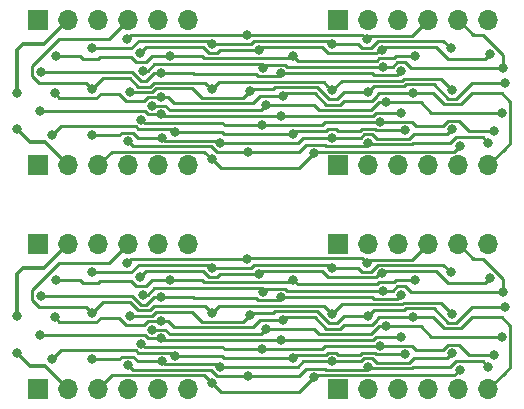
<source format=gbr>
G04 #@! TF.GenerationSoftware,KiCad,Pcbnew,(5.1.9)-1*
G04 #@! TF.CreationDate,2021-05-14T23:18:57-04:00*
G04 #@! TF.ProjectId,2xOPT Panelized,32784f50-5420-4506-916e-656c697a6564,rev?*
G04 #@! TF.SameCoordinates,Original*
G04 #@! TF.FileFunction,Copper,L2,Bot*
G04 #@! TF.FilePolarity,Positive*
%FSLAX46Y46*%
G04 Gerber Fmt 4.6, Leading zero omitted, Abs format (unit mm)*
G04 Created by KiCad (PCBNEW (5.1.9)-1) date 2021-05-14 23:18:57*
%MOMM*%
%LPD*%
G01*
G04 APERTURE LIST*
G04 #@! TA.AperFunction,ComponentPad*
%ADD10O,1.700000X1.700000*%
G04 #@! TD*
G04 #@! TA.AperFunction,ComponentPad*
%ADD11R,1.700000X1.700000*%
G04 #@! TD*
G04 #@! TA.AperFunction,ViaPad*
%ADD12C,0.800000*%
G04 #@! TD*
G04 #@! TA.AperFunction,Conductor*
%ADD13C,0.250000*%
G04 #@! TD*
G04 #@! TA.AperFunction,Conductor*
%ADD14C,0.304800*%
G04 #@! TD*
G04 APERTURE END LIST*
D10*
X148065000Y-76171000D03*
X145525000Y-76171000D03*
X142985000Y-76171000D03*
X140445000Y-76171000D03*
X137905000Y-76171000D03*
D11*
X135365000Y-76171000D03*
D10*
X122665000Y-76171000D03*
X120125000Y-76171000D03*
X117585000Y-76171000D03*
X115045000Y-76171000D03*
X112505000Y-76171000D03*
D11*
X109965000Y-76171000D03*
D10*
X148065000Y-63852000D03*
X145525000Y-63852000D03*
X142985000Y-63852000D03*
X140445000Y-63852000D03*
X137905000Y-63852000D03*
D11*
X135365000Y-63852000D03*
D10*
X122665000Y-63852000D03*
X120125000Y-63852000D03*
X117585000Y-63852000D03*
X115045000Y-63852000D03*
X112505000Y-63852000D03*
D11*
X109965000Y-63852000D03*
D10*
X148065000Y-95121000D03*
X145525000Y-95121000D03*
X142985000Y-95121000D03*
X140445000Y-95121000D03*
X137905000Y-95121000D03*
D11*
X135365000Y-95121000D03*
D10*
X122665000Y-95121000D03*
X120125000Y-95121000D03*
X117585000Y-95121000D03*
X115045000Y-95121000D03*
X112505000Y-95121000D03*
D11*
X109965000Y-95121000D03*
D10*
X148065000Y-82802000D03*
X145525000Y-82802000D03*
X142985000Y-82802000D03*
X140445000Y-82802000D03*
X137905000Y-82802000D03*
D11*
X135365000Y-82802000D03*
D10*
X122665000Y-82802000D03*
X120125000Y-82802000D03*
X117585000Y-82802000D03*
X115045000Y-82802000D03*
X112505000Y-82802000D03*
D11*
X109965000Y-82802000D03*
D12*
X111489000Y-66900000D03*
X131555000Y-66900000D03*
X141842000Y-66900000D03*
X121141000Y-66900000D03*
X111489000Y-85850000D03*
X131555000Y-85850000D03*
X141842000Y-85850000D03*
X121141000Y-85850000D03*
X108187000Y-70011500D03*
X108187000Y-88961500D03*
X108187000Y-73123000D03*
X108187000Y-92073000D03*
X110092000Y-71599000D03*
X140699000Y-71726000D03*
X130539000Y-71980000D03*
X120379000Y-71853054D03*
X110092000Y-90549000D03*
X140699000Y-90676000D03*
X130539000Y-90930000D03*
X120379000Y-90803054D03*
X124697000Y-75663000D03*
X145652000Y-74520000D03*
X133333000Y-75150055D03*
X124697000Y-94613000D03*
X145652000Y-93470000D03*
X133333000Y-94100055D03*
X145017000Y-69821000D03*
X124697000Y-69730990D03*
X114537000Y-69730990D03*
X134857000Y-69821000D03*
X145017000Y-88771000D03*
X124697000Y-88680990D03*
X114537000Y-88680990D03*
X134857000Y-88771000D03*
X110219000Y-68297000D03*
X130523738Y-68385845D03*
X140681789Y-68169609D03*
X120340875Y-68385875D03*
X110219000Y-87247000D03*
X130523738Y-87335845D03*
X140681789Y-87119609D03*
X120340875Y-87335875D03*
X114537000Y-66265000D03*
X144890000Y-66265000D03*
X124697000Y-65884000D03*
X134857000Y-65884000D03*
X114537000Y-85215000D03*
X144890000Y-85215000D03*
X124697000Y-84834000D03*
X134857000Y-84834000D03*
X111108000Y-73631000D03*
X131555000Y-73504000D03*
X121522000Y-73340010D03*
X141043010Y-73213002D03*
X111108000Y-92581000D03*
X131555000Y-92454000D03*
X121522000Y-92290010D03*
X141043010Y-92163002D03*
X141715000Y-70075000D03*
X130666000Y-70329000D03*
X111362000Y-70075000D03*
X120379000Y-70361010D03*
X141715000Y-89025000D03*
X130666000Y-89279000D03*
X111362000Y-89025000D03*
X120379000Y-89311010D03*
X114537000Y-73631000D03*
X145017000Y-73123000D03*
X134857000Y-73820916D03*
X125336660Y-74261340D03*
X120441226Y-73820974D03*
X114537000Y-92581000D03*
X145017000Y-92073000D03*
X134857000Y-92770916D03*
X125336660Y-93211340D03*
X120441226Y-92770974D03*
X117458000Y-65503000D03*
X127618000Y-65122000D03*
X137778000Y-65503000D03*
X117458000Y-84453000D03*
X127618000Y-84072000D03*
X137778000Y-84453000D03*
X118601000Y-66646000D03*
X148192000Y-66773000D03*
X128634000Y-66392000D03*
X139078321Y-66364957D03*
X118601000Y-85596000D03*
X148192000Y-85723000D03*
X128634000Y-85342000D03*
X139078321Y-85314957D03*
X149462000Y-69186000D03*
X117712000Y-69948000D03*
X137905000Y-69948000D03*
X127872000Y-69857990D03*
X149462000Y-88136000D03*
X117712000Y-88898000D03*
X137905000Y-88898000D03*
X127872000Y-88807990D03*
X128888000Y-72742000D03*
X138921000Y-72488000D03*
X148573000Y-73250000D03*
X118707317Y-72332192D03*
X128888000Y-91692000D03*
X138921000Y-91438000D03*
X148573000Y-92200000D03*
X118707317Y-91282192D03*
X117585000Y-74139000D03*
X127745000Y-75028000D03*
X148065000Y-74266000D03*
X137905000Y-74270927D03*
X117585000Y-93089000D03*
X127745000Y-93978000D03*
X148065000Y-93216000D03*
X137905000Y-93220927D03*
X149335000Y-67916000D03*
X129015000Y-67916000D03*
X118848765Y-68170000D03*
X139175000Y-67814968D03*
X149335000Y-86866000D03*
X129015000Y-86866000D03*
X118848765Y-87120000D03*
X139175000Y-86764968D03*
X129269000Y-71091000D03*
X139429000Y-70837000D03*
X149208000Y-71726000D03*
X119591489Y-71118041D03*
X129269000Y-90041000D03*
X139429000Y-89787000D03*
X149208000Y-90676000D03*
X119591489Y-90068041D03*
D13*
X111489000Y-66900000D02*
X113521000Y-66900000D01*
X113521000Y-66900000D02*
X113775000Y-67154000D01*
X113775000Y-67154000D02*
X115045000Y-67154000D01*
X115045000Y-67154000D02*
X115172000Y-67027000D01*
X115172000Y-67027000D02*
X117839000Y-67027000D01*
X117839000Y-67027000D02*
X118220000Y-67408000D01*
X118220000Y-67408000D02*
X119109000Y-67408000D01*
X119617000Y-66900000D02*
X121141000Y-66900000D01*
X119109000Y-67408000D02*
X119617000Y-66900000D01*
X121141000Y-66900000D02*
X123808000Y-66900000D01*
X131337999Y-67117001D02*
X131555000Y-66900000D01*
X124025001Y-67117001D02*
X131337999Y-67117001D01*
X123808000Y-66900000D02*
X124025001Y-67117001D01*
X140052017Y-67089966D02*
X140241983Y-66900000D01*
X131555000Y-66900000D02*
X131954999Y-67299999D01*
X138616965Y-67299999D02*
X138826998Y-67089966D01*
X131954999Y-67299999D02*
X138616965Y-67299999D01*
X140241983Y-66900000D02*
X141842000Y-66900000D01*
X138826998Y-67089966D02*
X140052017Y-67089966D01*
X111489000Y-85850000D02*
X113521000Y-85850000D01*
X113521000Y-85850000D02*
X113775000Y-86104000D01*
X113775000Y-86104000D02*
X115045000Y-86104000D01*
X115045000Y-86104000D02*
X115172000Y-85977000D01*
X115172000Y-85977000D02*
X117839000Y-85977000D01*
X117839000Y-85977000D02*
X118220000Y-86358000D01*
X118220000Y-86358000D02*
X119109000Y-86358000D01*
X119617000Y-85850000D02*
X121141000Y-85850000D01*
X119109000Y-86358000D02*
X119617000Y-85850000D01*
X121141000Y-85850000D02*
X123808000Y-85850000D01*
X131337999Y-86067001D02*
X131555000Y-85850000D01*
X124025001Y-86067001D02*
X131337999Y-86067001D01*
X123808000Y-85850000D02*
X124025001Y-86067001D01*
X140052017Y-86039966D02*
X140241983Y-85850000D01*
X131555000Y-85850000D02*
X131954999Y-86249999D01*
X138616965Y-86249999D02*
X138826998Y-86039966D01*
X131954999Y-86249999D02*
X138616965Y-86249999D01*
X140241983Y-85850000D02*
X141842000Y-85850000D01*
X138826998Y-86039966D02*
X140052017Y-86039966D01*
D14*
X108187000Y-66392000D02*
X108695000Y-65884000D01*
X108187000Y-70011500D02*
X108187000Y-66392000D01*
X108695000Y-65884000D02*
X110219000Y-65884000D01*
X110473000Y-65884000D02*
X110219000Y-65884000D01*
X112505000Y-63852000D02*
X110473000Y-65884000D01*
X108187000Y-85342000D02*
X108695000Y-84834000D01*
X108187000Y-88961500D02*
X108187000Y-85342000D01*
X108695000Y-84834000D02*
X110219000Y-84834000D01*
X110473000Y-84834000D02*
X110219000Y-84834000D01*
X112505000Y-82802000D02*
X110473000Y-84834000D01*
X108187000Y-73123000D02*
X109266500Y-74202500D01*
D13*
X109266500Y-74202500D02*
X109272011Y-74208011D01*
D14*
X110536500Y-74202500D02*
X110282500Y-74202500D01*
X112505000Y-76171000D02*
X110536500Y-74202500D01*
X109266500Y-74202500D02*
X110282500Y-74202500D01*
X108187000Y-92073000D02*
X109266500Y-93152500D01*
D13*
X109266500Y-93152500D02*
X109272011Y-93158011D01*
D14*
X110536500Y-93152500D02*
X110282500Y-93152500D01*
X112505000Y-95121000D02*
X110536500Y-93152500D01*
X109266500Y-93152500D02*
X110282500Y-93152500D01*
D13*
X138540000Y-71726000D02*
X140699000Y-71726000D01*
X130539000Y-71980000D02*
X138286000Y-71980000D01*
X138286000Y-71980000D02*
X138540000Y-71726000D01*
X120505946Y-71980000D02*
X120379000Y-71853054D01*
X130539000Y-71980000D02*
X120505946Y-71980000D01*
X119047129Y-71599000D02*
X119301183Y-71853054D01*
X110092000Y-71599000D02*
X119047129Y-71599000D01*
X119301183Y-71853054D02*
X120379000Y-71853054D01*
X138540000Y-90676000D02*
X140699000Y-90676000D01*
X130539000Y-90930000D02*
X138286000Y-90930000D01*
X138286000Y-90930000D02*
X138540000Y-90676000D01*
X120505946Y-90930000D02*
X120379000Y-90803054D01*
X130539000Y-90930000D02*
X120505946Y-90930000D01*
X119047129Y-90549000D02*
X119301183Y-90803054D01*
X110092000Y-90549000D02*
X119047129Y-90549000D01*
X119301183Y-90803054D02*
X120379000Y-90803054D01*
X132058055Y-76425000D02*
X133333000Y-75150055D01*
X125459000Y-76425000D02*
X132058055Y-76425000D01*
X124697000Y-75663000D02*
X125459000Y-76425000D01*
X133487056Y-74995999D02*
X133333000Y-75150055D01*
X145176001Y-74995999D02*
X133487056Y-74995999D01*
X145652000Y-74520000D02*
X145176001Y-74995999D01*
X116220001Y-74995999D02*
X124029999Y-74995999D01*
X115045000Y-76171000D02*
X116220001Y-74995999D01*
X124029999Y-74995999D02*
X124697000Y-75663000D01*
X132058055Y-95375000D02*
X133333000Y-94100055D01*
X125459000Y-95375000D02*
X132058055Y-95375000D01*
X124697000Y-94613000D02*
X125459000Y-95375000D01*
X133487056Y-93945999D02*
X133333000Y-94100055D01*
X145176001Y-93945999D02*
X133487056Y-93945999D01*
X145652000Y-93470000D02*
X145176001Y-93945999D01*
X116220001Y-93945999D02*
X124029999Y-93945999D01*
X115045000Y-95121000D02*
X116220001Y-93945999D01*
X124029999Y-93945999D02*
X124697000Y-94613000D01*
X109457000Y-68608002D02*
X109457000Y-67789000D01*
X109457000Y-67789000D02*
X111743000Y-65503000D01*
X111743000Y-65503000D02*
X115934000Y-65503000D01*
X115934000Y-65503000D02*
X117585000Y-63852000D01*
X109457000Y-68608002D02*
X110034998Y-69186000D01*
X113992010Y-69186000D02*
X114537000Y-69730990D01*
X110034998Y-69186000D02*
X113992010Y-69186000D01*
X125311001Y-69116989D02*
X134152989Y-69116989D01*
X124697000Y-69730990D02*
X125311001Y-69116989D01*
X134152989Y-69116989D02*
X134457001Y-69421001D01*
X134457001Y-69421001D02*
X134857000Y-69821000D01*
X140893600Y-68862989D02*
X144058989Y-68862989D01*
X134857000Y-69821000D02*
X135688011Y-68989989D01*
X144058989Y-68862989D02*
X145017000Y-69821000D01*
X135688011Y-68989989D02*
X140766600Y-68989989D01*
X140766600Y-68989989D02*
X140893600Y-68862989D01*
X118400018Y-69493018D02*
X119438391Y-69493018D01*
X117712000Y-68805000D02*
X118400018Y-69493018D01*
X119438391Y-69493018D02*
X119777421Y-69153988D01*
X114537000Y-69730990D02*
X115462990Y-68805000D01*
X124297001Y-69330991D02*
X124697000Y-69730990D01*
X115462990Y-68805000D02*
X117712000Y-68805000D01*
X119777421Y-69153988D02*
X124119998Y-69153988D01*
X124119998Y-69153988D02*
X124297001Y-69330991D01*
X109457000Y-87558002D02*
X109457000Y-86739000D01*
X109457000Y-86739000D02*
X111743000Y-84453000D01*
X111743000Y-84453000D02*
X115934000Y-84453000D01*
X115934000Y-84453000D02*
X117585000Y-82802000D01*
X109457000Y-87558002D02*
X110034998Y-88136000D01*
X113992010Y-88136000D02*
X114537000Y-88680990D01*
X110034998Y-88136000D02*
X113992010Y-88136000D01*
X125311001Y-88066989D02*
X134152989Y-88066989D01*
X124697000Y-88680990D02*
X125311001Y-88066989D01*
X134152989Y-88066989D02*
X134457001Y-88371001D01*
X134457001Y-88371001D02*
X134857000Y-88771000D01*
X140893600Y-87812989D02*
X144058989Y-87812989D01*
X134857000Y-88771000D02*
X135688011Y-87939989D01*
X144058989Y-87812989D02*
X145017000Y-88771000D01*
X135688011Y-87939989D02*
X140766600Y-87939989D01*
X140766600Y-87939989D02*
X140893600Y-87812989D01*
X118400018Y-88443018D02*
X119438391Y-88443018D01*
X117712000Y-87755000D02*
X118400018Y-88443018D01*
X119438391Y-88443018D02*
X119777421Y-88103988D01*
X114537000Y-88680990D02*
X115462990Y-87755000D01*
X124297001Y-88280991D02*
X124697000Y-88680990D01*
X115462990Y-87755000D02*
X117712000Y-87755000D01*
X119777421Y-88103988D02*
X124119998Y-88103988D01*
X124119998Y-88103988D02*
X124297001Y-88280991D01*
X140311420Y-68539978D02*
X140681789Y-68169609D01*
X130523738Y-68385845D02*
X138247845Y-68385845D01*
X138247845Y-68385845D02*
X138401978Y-68539978D01*
X138401978Y-68539978D02*
X140311420Y-68539978D01*
X130523738Y-68385845D02*
X130268582Y-68641001D01*
X128380000Y-68424000D02*
X123117993Y-68424000D01*
X123117993Y-68424000D02*
X123035432Y-68341439D01*
X120379000Y-68424000D02*
X120340875Y-68385875D01*
X128597001Y-68641001D02*
X128380000Y-68424000D01*
X120461561Y-68341439D02*
X120379000Y-68424000D01*
X130268582Y-68641001D02*
X128597001Y-68641001D01*
X123035432Y-68341439D02*
X120461561Y-68341439D01*
X110219000Y-68297000D02*
X117938281Y-68297000D01*
X119775190Y-68385875D02*
X120340875Y-68385875D01*
X117938281Y-68297000D02*
X118684288Y-69043007D01*
X118684288Y-69043007D02*
X119118058Y-69043007D01*
X119118058Y-69043007D02*
X119775190Y-68385875D01*
X140311420Y-87489978D02*
X140681789Y-87119609D01*
X130523738Y-87335845D02*
X138247845Y-87335845D01*
X138247845Y-87335845D02*
X138401978Y-87489978D01*
X138401978Y-87489978D02*
X140311420Y-87489978D01*
X130523738Y-87335845D02*
X130268582Y-87591001D01*
X128380000Y-87374000D02*
X123117993Y-87374000D01*
X123117993Y-87374000D02*
X123035432Y-87291439D01*
X120379000Y-87374000D02*
X120340875Y-87335875D01*
X128597001Y-87591001D02*
X128380000Y-87374000D01*
X120461561Y-87291439D02*
X120379000Y-87374000D01*
X130268582Y-87591001D02*
X128597001Y-87591001D01*
X123035432Y-87291439D02*
X120461561Y-87291439D01*
X110219000Y-87247000D02*
X117938281Y-87247000D01*
X119775190Y-87335875D02*
X120340875Y-87335875D01*
X117938281Y-87247000D02*
X118684288Y-87993007D01*
X118684288Y-87993007D02*
X119118058Y-87993007D01*
X119118058Y-87993007D02*
X119775190Y-87335875D01*
X134603000Y-65630000D02*
X134857000Y-65884000D01*
X128253000Y-65630000D02*
X134603000Y-65630000D01*
X127999000Y-65884000D02*
X128253000Y-65630000D01*
X124697000Y-65884000D02*
X127999000Y-65884000D01*
X124443000Y-65630000D02*
X124697000Y-65884000D01*
X118474000Y-65630000D02*
X124443000Y-65630000D01*
X117839000Y-66265000D02*
X118474000Y-65630000D01*
X114537000Y-66265000D02*
X117839000Y-66265000D01*
X134857000Y-65884000D02*
X137016000Y-65884000D01*
X137360001Y-66228001D02*
X138142273Y-66228001D01*
X138142273Y-66228001D02*
X138730319Y-65639955D01*
X144264955Y-65639955D02*
X144890000Y-66265000D01*
X138730319Y-65639955D02*
X144264955Y-65639955D01*
X137016000Y-65884000D02*
X137360001Y-66228001D01*
X134603000Y-84580000D02*
X134857000Y-84834000D01*
X128253000Y-84580000D02*
X134603000Y-84580000D01*
X127999000Y-84834000D02*
X128253000Y-84580000D01*
X124697000Y-84834000D02*
X127999000Y-84834000D01*
X124443000Y-84580000D02*
X124697000Y-84834000D01*
X118474000Y-84580000D02*
X124443000Y-84580000D01*
X117839000Y-85215000D02*
X118474000Y-84580000D01*
X114537000Y-85215000D02*
X117839000Y-85215000D01*
X134857000Y-84834000D02*
X137016000Y-84834000D01*
X137360001Y-85178001D02*
X138142273Y-85178001D01*
X138142273Y-85178001D02*
X138730319Y-84589955D01*
X144264955Y-84589955D02*
X144890000Y-85215000D01*
X138730319Y-84589955D02*
X144264955Y-84589955D01*
X137016000Y-84834000D02*
X137360001Y-85178001D01*
X125549010Y-73340010D02*
X121522000Y-73340010D01*
X131555000Y-73504000D02*
X125713000Y-73504000D01*
X125713000Y-73504000D02*
X125549010Y-73340010D01*
X137216512Y-73250000D02*
X137370598Y-73095914D01*
X131809000Y-73250000D02*
X134354912Y-73250000D01*
X134508998Y-73095914D02*
X135205002Y-73095914D01*
X131555000Y-73504000D02*
X131809000Y-73250000D01*
X135205002Y-73095914D02*
X135359088Y-73250000D01*
X137370598Y-73095914D02*
X138439402Y-73095914D01*
X135359088Y-73250000D02*
X137216512Y-73250000D01*
X134354912Y-73250000D02*
X134508998Y-73095914D01*
X138439402Y-73095914D02*
X138556490Y-73213002D01*
X138556490Y-73213002D02*
X141043010Y-73213002D01*
X121277962Y-73095972D02*
X121522000Y-73340010D01*
X111108000Y-73631000D02*
X111870000Y-72869000D01*
X118220000Y-72869000D02*
X118446972Y-73095972D01*
X118446972Y-73095972D02*
X121277962Y-73095972D01*
X111870000Y-72869000D02*
X118220000Y-72869000D01*
X125549010Y-92290010D02*
X121522000Y-92290010D01*
X131555000Y-92454000D02*
X125713000Y-92454000D01*
X125713000Y-92454000D02*
X125549010Y-92290010D01*
X137216512Y-92200000D02*
X137370598Y-92045914D01*
X131809000Y-92200000D02*
X134354912Y-92200000D01*
X134508998Y-92045914D02*
X135205002Y-92045914D01*
X131555000Y-92454000D02*
X131809000Y-92200000D01*
X135205002Y-92045914D02*
X135359088Y-92200000D01*
X137370598Y-92045914D02*
X138439402Y-92045914D01*
X135359088Y-92200000D02*
X137216512Y-92200000D01*
X134354912Y-92200000D02*
X134508998Y-92045914D01*
X138439402Y-92045914D02*
X138556490Y-92163002D01*
X138556490Y-92163002D02*
X141043010Y-92163002D01*
X121277962Y-92045972D02*
X121522000Y-92290010D01*
X111108000Y-92581000D02*
X111870000Y-91819000D01*
X118220000Y-91819000D02*
X118446972Y-92045972D01*
X118446972Y-92045972D02*
X121277962Y-92045972D01*
X111870000Y-91819000D02*
X118220000Y-91819000D01*
X140572000Y-70075000D02*
X138794000Y-70075000D01*
X138630001Y-70296001D02*
X138216002Y-70710000D01*
X138630001Y-70238999D02*
X138630001Y-70296001D01*
X138794000Y-70075000D02*
X138630001Y-70238999D01*
X138216002Y-70710000D02*
X135873000Y-70710000D01*
X135549990Y-71033010D02*
X134359598Y-71033010D01*
X135873000Y-70710000D02*
X135549990Y-71033010D01*
X134359598Y-71033010D02*
X133401588Y-70075000D01*
X130920000Y-70075000D02*
X130666000Y-70329000D01*
X133401588Y-70075000D02*
X130920000Y-70075000D01*
X140572000Y-70075000D02*
X141715000Y-70075000D01*
X149462000Y-74774000D02*
X148065000Y-76171000D01*
X149933001Y-74302999D02*
X149462000Y-74774000D01*
X149208000Y-70075000D02*
X149933001Y-70800001D01*
X146668000Y-70075000D02*
X149208000Y-70075000D01*
X145746989Y-70996011D02*
X146668000Y-70075000D01*
X149933001Y-70800001D02*
X149933001Y-74302999D01*
X144287011Y-70996011D02*
X145746989Y-70996011D01*
X143366000Y-70075000D02*
X144287011Y-70996011D01*
X141715000Y-70075000D02*
X143366000Y-70075000D01*
X111761999Y-70474999D02*
X114899001Y-70474999D01*
X128183999Y-70906001D02*
X121489676Y-70906001D01*
X128761000Y-70329000D02*
X128183999Y-70906001D01*
X111362000Y-70075000D02*
X111761999Y-70474999D01*
X117400998Y-70710000D02*
X118926528Y-70710000D01*
X116823000Y-70132002D02*
X117400998Y-70710000D01*
X130666000Y-70329000D02*
X128761000Y-70329000D01*
X114899001Y-70474999D02*
X115241998Y-70132002D01*
X120346970Y-70393040D02*
X120379000Y-70361010D01*
X115241998Y-70132002D02*
X116823000Y-70132002D01*
X118926528Y-70710000D02*
X119243488Y-70393040D01*
X121489676Y-70906001D02*
X120944685Y-70361010D01*
X119243488Y-70393040D02*
X120346970Y-70393040D01*
X120944685Y-70361010D02*
X120379000Y-70361010D01*
X140572000Y-89025000D02*
X138794000Y-89025000D01*
X138630001Y-89246001D02*
X138216002Y-89660000D01*
X138630001Y-89188999D02*
X138630001Y-89246001D01*
X138794000Y-89025000D02*
X138630001Y-89188999D01*
X138216002Y-89660000D02*
X135873000Y-89660000D01*
X135549990Y-89983010D02*
X134359598Y-89983010D01*
X135873000Y-89660000D02*
X135549990Y-89983010D01*
X134359598Y-89983010D02*
X133401588Y-89025000D01*
X130920000Y-89025000D02*
X130666000Y-89279000D01*
X133401588Y-89025000D02*
X130920000Y-89025000D01*
X140572000Y-89025000D02*
X141715000Y-89025000D01*
X149462000Y-93724000D02*
X148065000Y-95121000D01*
X149933001Y-93252999D02*
X149462000Y-93724000D01*
X149208000Y-89025000D02*
X149933001Y-89750001D01*
X146668000Y-89025000D02*
X149208000Y-89025000D01*
X145746989Y-89946011D02*
X146668000Y-89025000D01*
X149933001Y-89750001D02*
X149933001Y-93252999D01*
X144287011Y-89946011D02*
X145746989Y-89946011D01*
X143366000Y-89025000D02*
X144287011Y-89946011D01*
X141715000Y-89025000D02*
X143366000Y-89025000D01*
X111761999Y-89424999D02*
X114899001Y-89424999D01*
X128183999Y-89856001D02*
X121489676Y-89856001D01*
X128761000Y-89279000D02*
X128183999Y-89856001D01*
X111362000Y-89025000D02*
X111761999Y-89424999D01*
X117400998Y-89660000D02*
X118926528Y-89660000D01*
X116823000Y-89082002D02*
X117400998Y-89660000D01*
X130666000Y-89279000D02*
X128761000Y-89279000D01*
X114899001Y-89424999D02*
X115241998Y-89082002D01*
X120346970Y-89343040D02*
X120379000Y-89311010D01*
X115241998Y-89082002D02*
X116823000Y-89082002D01*
X118926528Y-89660000D02*
X119243488Y-89343040D01*
X121489676Y-89856001D02*
X120944685Y-89311010D01*
X119243488Y-89343040D02*
X120346970Y-89343040D01*
X120944685Y-89311010D02*
X120379000Y-89311010D01*
X132381084Y-73820916D02*
X131940660Y-74261340D01*
X134857000Y-73820916D02*
X132381084Y-73820916D01*
X131940660Y-74261340D02*
X125336660Y-74261340D01*
X141768011Y-73522999D02*
X141352999Y-73938011D01*
X145017000Y-73123000D02*
X144617001Y-73522999D01*
X138645088Y-73938011D02*
X138253002Y-73545925D01*
X141352999Y-73938011D02*
X138645088Y-73938011D01*
X138253002Y-73545925D02*
X137556998Y-73545925D01*
X137556998Y-73545925D02*
X137282007Y-73820916D01*
X137282007Y-73820916D02*
X134857000Y-73820916D01*
X144617001Y-73522999D02*
X141768011Y-73522999D01*
X125336660Y-74261340D02*
X125140332Y-74065012D01*
X114537000Y-73631000D02*
X116823000Y-73631000D01*
X120685264Y-74065012D02*
X120441226Y-73820974D01*
X116823000Y-73631000D02*
X117040001Y-73413999D01*
X125140332Y-74065012D02*
X120685264Y-74065012D01*
X118005263Y-73413999D02*
X118412238Y-73820974D01*
X117040001Y-73413999D02*
X118005263Y-73413999D01*
X118412238Y-73820974D02*
X120441226Y-73820974D01*
X132381084Y-92770916D02*
X131940660Y-93211340D01*
X134857000Y-92770916D02*
X132381084Y-92770916D01*
X131940660Y-93211340D02*
X125336660Y-93211340D01*
X141768011Y-92472999D02*
X141352999Y-92888011D01*
X145017000Y-92073000D02*
X144617001Y-92472999D01*
X138645088Y-92888011D02*
X138253002Y-92495925D01*
X141352999Y-92888011D02*
X138645088Y-92888011D01*
X138253002Y-92495925D02*
X137556998Y-92495925D01*
X137556998Y-92495925D02*
X137282007Y-92770916D01*
X137282007Y-92770916D02*
X134857000Y-92770916D01*
X144617001Y-92472999D02*
X141768011Y-92472999D01*
X125336660Y-93211340D02*
X125140332Y-93015012D01*
X114537000Y-92581000D02*
X116823000Y-92581000D01*
X120685264Y-93015012D02*
X120441226Y-92770974D01*
X116823000Y-92581000D02*
X117040001Y-92363999D01*
X125140332Y-93015012D02*
X120685264Y-93015012D01*
X118005263Y-92363999D02*
X118412238Y-92770974D01*
X117040001Y-92363999D02*
X118005263Y-92363999D01*
X118412238Y-92770974D02*
X120441226Y-92770974D01*
X127636999Y-65103001D02*
X127618000Y-65122000D01*
X137378001Y-65103001D02*
X127636999Y-65103001D01*
X137778000Y-65503000D02*
X137378001Y-65103001D01*
X117839000Y-65122000D02*
X117458000Y-65503000D01*
X127618000Y-65122000D02*
X117839000Y-65122000D01*
X142985000Y-63852000D02*
X141647056Y-65189944D01*
X141647056Y-65189944D02*
X138091056Y-65189944D01*
X138091056Y-65189944D02*
X137778000Y-65503000D01*
X127636999Y-84053001D02*
X127618000Y-84072000D01*
X137378001Y-84053001D02*
X127636999Y-84053001D01*
X137778000Y-84453000D02*
X137378001Y-84053001D01*
X117839000Y-84072000D02*
X117458000Y-84453000D01*
X127618000Y-84072000D02*
X117839000Y-84072000D01*
X142985000Y-82802000D02*
X141647056Y-84139944D01*
X141647056Y-84139944D02*
X138091056Y-84139944D01*
X138091056Y-84139944D02*
X137778000Y-84453000D01*
X125332000Y-66392000D02*
X128634000Y-66392000D01*
X125078000Y-66646000D02*
X125332000Y-66392000D01*
X124385998Y-66646000D02*
X125078000Y-66646000D01*
X123877998Y-66138000D02*
X124385998Y-66646000D01*
X119109000Y-66138000D02*
X123877998Y-66138000D01*
X118601000Y-66646000D02*
X119109000Y-66138000D01*
X148192000Y-66773000D02*
X147792001Y-67172999D01*
X144654999Y-67172999D02*
X143620000Y-66138000D01*
X138915598Y-66364957D02*
X139078321Y-66364957D01*
X128634000Y-66392000D02*
X128851001Y-66174999D01*
X147792001Y-67172999D02*
X144654999Y-67172999D01*
X138602544Y-66678011D02*
X138915598Y-66364957D01*
X134004999Y-66174999D02*
X134508011Y-66678011D01*
X143620000Y-66138000D02*
X139305278Y-66138000D01*
X139305278Y-66138000D02*
X139078321Y-66364957D01*
X134508011Y-66678011D02*
X138602544Y-66678011D01*
X128851001Y-66174999D02*
X134004999Y-66174999D01*
X125332000Y-85342000D02*
X128634000Y-85342000D01*
X125078000Y-85596000D02*
X125332000Y-85342000D01*
X124385998Y-85596000D02*
X125078000Y-85596000D01*
X123877998Y-85088000D02*
X124385998Y-85596000D01*
X119109000Y-85088000D02*
X123877998Y-85088000D01*
X118601000Y-85596000D02*
X119109000Y-85088000D01*
X148192000Y-85723000D02*
X147792001Y-86122999D01*
X144654999Y-86122999D02*
X143620000Y-85088000D01*
X138915598Y-85314957D02*
X139078321Y-85314957D01*
X128634000Y-85342000D02*
X128851001Y-85124999D01*
X147792001Y-86122999D02*
X144654999Y-86122999D01*
X138602544Y-85628011D02*
X138915598Y-85314957D01*
X134004999Y-85124999D02*
X134508011Y-85628011D01*
X143620000Y-85088000D02*
X139305278Y-85088000D01*
X139305278Y-85088000D02*
X139078321Y-85314957D01*
X134508011Y-85628011D02*
X138602544Y-85628011D01*
X128851001Y-85124999D02*
X134004999Y-85124999D01*
X130031000Y-69567000D02*
X129867001Y-69730999D01*
X134545998Y-70583000D02*
X133529998Y-69567000D01*
X135238000Y-70583000D02*
X134545998Y-70583000D01*
X135873000Y-69948000D02*
X135238000Y-70583000D01*
X129867001Y-69730999D02*
X127998991Y-69730999D01*
X137905000Y-69948000D02*
X135873000Y-69948000D01*
X133529998Y-69567000D02*
X130031000Y-69567000D01*
X127998991Y-69730999D02*
X127872000Y-69857990D01*
X145365001Y-70546001D02*
X146725002Y-69186000D01*
X143435998Y-69313000D02*
X144668999Y-70546001D01*
X141080000Y-69313000D02*
X143435998Y-69313000D01*
X140953000Y-69440000D02*
X141080000Y-69313000D01*
X146725002Y-69186000D02*
X149462000Y-69186000D01*
X137905000Y-69948000D02*
X138413000Y-69440000D01*
X144668999Y-70546001D02*
X145365001Y-70546001D01*
X138413000Y-69440000D02*
X140953000Y-69440000D01*
X119963821Y-69603999D02*
X119624791Y-69943029D01*
X123803187Y-70455990D02*
X122951196Y-69603999D01*
X127274000Y-70455990D02*
X123803187Y-70455990D01*
X119624791Y-69943029D02*
X117716971Y-69943029D01*
X127872000Y-69857990D02*
X127274000Y-70455990D01*
X122951196Y-69603999D02*
X119963821Y-69603999D01*
X117716971Y-69943029D02*
X117712000Y-69948000D01*
X130031000Y-88517000D02*
X129867001Y-88680999D01*
X134545998Y-89533000D02*
X133529998Y-88517000D01*
X135238000Y-89533000D02*
X134545998Y-89533000D01*
X135873000Y-88898000D02*
X135238000Y-89533000D01*
X129867001Y-88680999D02*
X127998991Y-88680999D01*
X137905000Y-88898000D02*
X135873000Y-88898000D01*
X133529998Y-88517000D02*
X130031000Y-88517000D01*
X127998991Y-88680999D02*
X127872000Y-88807990D01*
X145365001Y-89496001D02*
X146725002Y-88136000D01*
X143435998Y-88263000D02*
X144668999Y-89496001D01*
X141080000Y-88263000D02*
X143435998Y-88263000D01*
X140953000Y-88390000D02*
X141080000Y-88263000D01*
X146725002Y-88136000D02*
X149462000Y-88136000D01*
X137905000Y-88898000D02*
X138413000Y-88390000D01*
X144668999Y-89496001D02*
X145365001Y-89496001D01*
X138413000Y-88390000D02*
X140953000Y-88390000D01*
X119963821Y-88553999D02*
X119624791Y-88893029D01*
X123803187Y-89405990D02*
X122951196Y-88553999D01*
X127274000Y-89405990D02*
X123803187Y-89405990D01*
X119624791Y-88893029D02*
X117716971Y-88893029D01*
X127872000Y-88807990D02*
X127274000Y-89405990D01*
X122951196Y-88553999D02*
X119963821Y-88553999D01*
X117716971Y-88893029D02*
X117712000Y-88898000D01*
X133968000Y-72742000D02*
X128888000Y-72742000D01*
X134222000Y-72488000D02*
X133968000Y-72742000D01*
X134222000Y-72488000D02*
X138921000Y-72488000D01*
X146414000Y-73250000D02*
X148573000Y-73250000D01*
X145561999Y-72397999D02*
X146414000Y-73250000D01*
X144668999Y-72397999D02*
X145561999Y-72397999D01*
X144255000Y-72811998D02*
X144668999Y-72397999D01*
X141911998Y-72811998D02*
X144255000Y-72811998D01*
X141588000Y-72488000D02*
X141911998Y-72811998D01*
X138921000Y-72488000D02*
X141588000Y-72488000D01*
X125713000Y-72742000D02*
X125586000Y-72615000D01*
X128888000Y-72742000D02*
X125713000Y-72742000D01*
X125586000Y-72615000D02*
X118990125Y-72615000D01*
X118990125Y-72615000D02*
X118707317Y-72332192D01*
X133968000Y-91692000D02*
X128888000Y-91692000D01*
X134222000Y-91438000D02*
X133968000Y-91692000D01*
X134222000Y-91438000D02*
X138921000Y-91438000D01*
X146414000Y-92200000D02*
X148573000Y-92200000D01*
X145561999Y-91347999D02*
X146414000Y-92200000D01*
X144668999Y-91347999D02*
X145561999Y-91347999D01*
X144255000Y-91761998D02*
X144668999Y-91347999D01*
X141911998Y-91761998D02*
X144255000Y-91761998D01*
X141588000Y-91438000D02*
X141911998Y-91761998D01*
X138921000Y-91438000D02*
X141588000Y-91438000D01*
X125713000Y-91692000D02*
X125586000Y-91565000D01*
X128888000Y-91692000D02*
X125713000Y-91692000D01*
X125586000Y-91565000D02*
X118990125Y-91565000D01*
X118990125Y-91565000D02*
X118707317Y-91282192D01*
X132063000Y-75028000D02*
X132665949Y-74425051D01*
X134234007Y-74425051D02*
X134354944Y-74545988D01*
X134354944Y-74545988D02*
X137629939Y-74545988D01*
X137629939Y-74545988D02*
X137905000Y-74270927D01*
X132665949Y-74425051D02*
X134234007Y-74425051D01*
X127745000Y-75028000D02*
X132063000Y-75028000D01*
X138022095Y-74388022D02*
X137905000Y-74270927D01*
X147593999Y-73794999D02*
X145303999Y-73794999D01*
X145303999Y-73794999D02*
X144828071Y-74270927D01*
X144828071Y-74270927D02*
X141694498Y-74270927D01*
X141577403Y-74388022D02*
X138022095Y-74388022D01*
X141694498Y-74270927D02*
X141577403Y-74388022D01*
X148065000Y-74266000D02*
X147593999Y-73794999D01*
X125078000Y-75028000D02*
X127745000Y-75028000D01*
X124595988Y-74545988D02*
X125078000Y-75028000D01*
X117585000Y-74139000D02*
X117991988Y-74545988D01*
X117991988Y-74545988D02*
X124595988Y-74545988D01*
X132063000Y-93978000D02*
X132665949Y-93375051D01*
X134234007Y-93375051D02*
X134354944Y-93495988D01*
X134354944Y-93495988D02*
X137629939Y-93495988D01*
X137629939Y-93495988D02*
X137905000Y-93220927D01*
X132665949Y-93375051D02*
X134234007Y-93375051D01*
X127745000Y-93978000D02*
X132063000Y-93978000D01*
X138022095Y-93338022D02*
X137905000Y-93220927D01*
X147593999Y-92744999D02*
X145303999Y-92744999D01*
X145303999Y-92744999D02*
X144828071Y-93220927D01*
X144828071Y-93220927D02*
X141694498Y-93220927D01*
X141577403Y-93338022D02*
X138022095Y-93338022D01*
X141694498Y-93220927D02*
X141577403Y-93338022D01*
X148065000Y-93216000D02*
X147593999Y-92744999D01*
X125078000Y-93978000D02*
X127745000Y-93978000D01*
X124595988Y-93495988D02*
X125078000Y-93978000D01*
X117585000Y-93089000D02*
X117991988Y-93495988D01*
X117991988Y-93495988D02*
X124595988Y-93495988D01*
X149335000Y-66842998D02*
X147646003Y-65154001D01*
X146827001Y-65154001D02*
X147081001Y-65154001D01*
X145525000Y-63852000D02*
X146827001Y-65154001D01*
X147081001Y-65154001D02*
X146700001Y-65154001D01*
X147646003Y-65154001D02*
X147081001Y-65154001D01*
X118848765Y-68170000D02*
X119236000Y-68170000D01*
X128724001Y-67625001D02*
X129015000Y-67916000D01*
X119780999Y-67625001D02*
X128724001Y-67625001D01*
X119236000Y-68170000D02*
X119780999Y-67625001D01*
X149335000Y-67916000D02*
X149335000Y-66842998D01*
X138609315Y-67814968D02*
X139175000Y-67814968D01*
X129015000Y-67916000D02*
X129270157Y-67660843D01*
X130871740Y-67660843D02*
X131025865Y-67814968D01*
X131025865Y-67814968D02*
X138609315Y-67814968D01*
X129270157Y-67660843D02*
X130871740Y-67660843D01*
X149335000Y-67916000D02*
X141501184Y-67916000D01*
X139963426Y-67814968D02*
X139175000Y-67814968D01*
X141501184Y-67916000D02*
X141029791Y-67444607D01*
X141029791Y-67444607D02*
X140333787Y-67444607D01*
X140333787Y-67444607D02*
X139963426Y-67814968D01*
X149335000Y-85792998D02*
X147646003Y-84104001D01*
X146827001Y-84104001D02*
X147081001Y-84104001D01*
X145525000Y-82802000D02*
X146827001Y-84104001D01*
X147081001Y-84104001D02*
X146700001Y-84104001D01*
X147646003Y-84104001D02*
X147081001Y-84104001D01*
X118848765Y-87120000D02*
X119236000Y-87120000D01*
X128724001Y-86575001D02*
X129015000Y-86866000D01*
X119780999Y-86575001D02*
X128724001Y-86575001D01*
X119236000Y-87120000D02*
X119780999Y-86575001D01*
X149335000Y-86866000D02*
X149335000Y-85792998D01*
X138609315Y-86764968D02*
X139175000Y-86764968D01*
X129015000Y-86866000D02*
X129270157Y-86610843D01*
X130871740Y-86610843D02*
X131025865Y-86764968D01*
X131025865Y-86764968D02*
X138609315Y-86764968D01*
X129270157Y-86610843D02*
X130871740Y-86610843D01*
X149335000Y-86866000D02*
X141501184Y-86866000D01*
X139963426Y-86764968D02*
X139175000Y-86764968D01*
X141501184Y-86866000D02*
X141029791Y-86394607D01*
X141029791Y-86394607D02*
X140333787Y-86394607D01*
X140333787Y-86394607D02*
X139963426Y-86764968D01*
X139429000Y-70837000D02*
X142350000Y-70837000D01*
X143239000Y-71726000D02*
X149208000Y-71726000D01*
X142350000Y-70837000D02*
X143239000Y-71726000D01*
X129269000Y-71091000D02*
X133333000Y-71091000D01*
X133333000Y-71091000D02*
X133725020Y-71483020D01*
X133725020Y-71483020D02*
X138146569Y-71483020D01*
X138146569Y-71483020D02*
X138792589Y-70837000D01*
X138792589Y-70837000D02*
X139429000Y-70837000D01*
X129269000Y-71091000D02*
X128869001Y-71490999D01*
X121090051Y-71490999D02*
X120717093Y-71118041D01*
X128869001Y-71490999D02*
X121090051Y-71490999D01*
X120717093Y-71118041D02*
X119591489Y-71118041D01*
X139429000Y-89787000D02*
X142350000Y-89787000D01*
X143239000Y-90676000D02*
X149208000Y-90676000D01*
X142350000Y-89787000D02*
X143239000Y-90676000D01*
X129269000Y-90041000D02*
X133333000Y-90041000D01*
X133333000Y-90041000D02*
X133725020Y-90433020D01*
X133725020Y-90433020D02*
X138146569Y-90433020D01*
X138146569Y-90433020D02*
X138792589Y-89787000D01*
X138792589Y-89787000D02*
X139429000Y-89787000D01*
X129269000Y-90041000D02*
X128869001Y-90440999D01*
X121090051Y-90440999D02*
X120717093Y-90068041D01*
X128869001Y-90440999D02*
X121090051Y-90440999D01*
X120717093Y-90068041D02*
X119591489Y-90068041D01*
M02*

</source>
